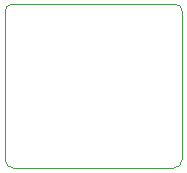
<source format=gbr>
%TF.GenerationSoftware,KiCad,Pcbnew,8.0.4-unknown-202407232306~396e531e7c~ubuntu22.04.1*%
%TF.CreationDate,2024-09-04T14:24:04+01:00*%
%TF.ProjectId,MONO_CTRL,4d4f4e4f-5f43-4545-924c-2e6b69636164,1.0*%
%TF.SameCoordinates,Original*%
%TF.FileFunction,Profile,NP*%
%FSLAX46Y46*%
G04 Gerber Fmt 4.6, Leading zero omitted, Abs format (unit mm)*
G04 Created by KiCad (PCBNEW 8.0.4-unknown-202407232306~396e531e7c~ubuntu22.04.1) date 2024-09-04 14:24:04*
%MOMM*%
%LPD*%
G01*
G04 APERTURE LIST*
%TA.AperFunction,Profile*%
%ADD10C,0.100000*%
%TD*%
G04 APERTURE END LIST*
D10*
X22315000Y-23725000D02*
X22315001Y-36275000D01*
X36715000Y-23125000D02*
X22915000Y-23125000D01*
X23065000Y-37025000D02*
X36565000Y-37025000D01*
X37315000Y-36275000D02*
G75*
G02*
X36565000Y-37025000I-750000J0D01*
G01*
X23065000Y-37025000D02*
G75*
G02*
X22315000Y-36275000I0J750000D01*
G01*
X37315000Y-23725000D02*
X37315000Y-36275000D01*
X36715000Y-23125000D02*
G75*
G02*
X37315000Y-23725000I0J-600000D01*
G01*
X22315000Y-23725000D02*
G75*
G02*
X22915000Y-23125000I600000J0D01*
G01*
M02*

</source>
